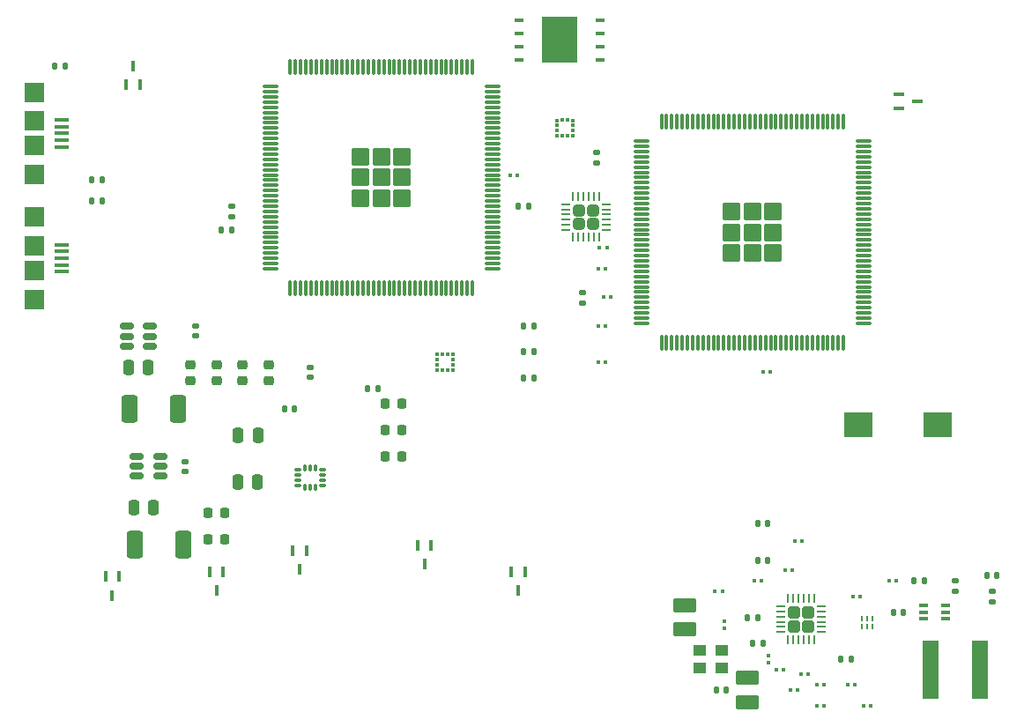
<source format=gbr>
%TF.GenerationSoftware,KiCad,Pcbnew,8.0.4*%
%TF.CreationDate,2025-02-19T16:48:10+05:30*%
%TF.ProjectId,test1,74657374-312e-46b6-9963-61645f706362,rev?*%
%TF.SameCoordinates,Original*%
%TF.FileFunction,Paste,Top*%
%TF.FilePolarity,Positive*%
%FSLAX46Y46*%
G04 Gerber Fmt 4.6, Leading zero omitted, Abs format (unit mm)*
G04 Created by KiCad (PCBNEW 8.0.4) date 2025-02-19 16:48:10*
%MOMM*%
%LPD*%
G01*
G04 APERTURE LIST*
G04 Aperture macros list*
%AMRoundRect*
0 Rectangle with rounded corners*
0 $1 Rounding radius*
0 $2 $3 $4 $5 $6 $7 $8 $9 X,Y pos of 4 corners*
0 Add a 4 corners polygon primitive as box body*
4,1,4,$2,$3,$4,$5,$6,$7,$8,$9,$2,$3,0*
0 Add four circle primitives for the rounded corners*
1,1,$1+$1,$2,$3*
1,1,$1+$1,$4,$5*
1,1,$1+$1,$6,$7*
1,1,$1+$1,$8,$9*
0 Add four rect primitives between the rounded corners*
20,1,$1+$1,$2,$3,$4,$5,0*
20,1,$1+$1,$4,$5,$6,$7,0*
20,1,$1+$1,$6,$7,$8,$9,0*
20,1,$1+$1,$8,$9,$2,$3,0*%
G04 Aperture macros list end*
%ADD10C,0.000000*%
%ADD11RoundRect,0.079500X-0.079500X-0.100500X0.079500X-0.100500X0.079500X0.100500X-0.079500X0.100500X0*%
%ADD12RoundRect,0.140000X0.140000X0.170000X-0.140000X0.170000X-0.140000X-0.170000X0.140000X-0.170000X0*%
%ADD13RoundRect,0.225000X-0.225000X-0.250000X0.225000X-0.250000X0.225000X0.250000X-0.225000X0.250000X0*%
%ADD14RoundRect,0.250000X-0.315000X-0.315000X0.315000X-0.315000X0.315000X0.315000X-0.315000X0.315000X0*%
%ADD15RoundRect,0.062500X-0.350000X-0.062500X0.350000X-0.062500X0.350000X0.062500X-0.350000X0.062500X0*%
%ADD16RoundRect,0.062500X-0.062500X-0.350000X0.062500X-0.350000X0.062500X0.350000X-0.062500X0.350000X0*%
%ADD17RoundRect,0.140000X-0.170000X0.140000X-0.170000X-0.140000X0.170000X-0.140000X0.170000X0.140000X0*%
%ADD18RoundRect,0.135000X-0.185000X0.135000X-0.185000X-0.135000X0.185000X-0.135000X0.185000X0.135000X0*%
%ADD19RoundRect,0.250000X-0.335000X-0.335000X0.335000X-0.335000X0.335000X0.335000X-0.335000X0.335000X0*%
%ADD20RoundRect,0.140000X-0.140000X-0.170000X0.140000X-0.170000X0.140000X0.170000X-0.140000X0.170000X0*%
%ADD21RoundRect,0.135000X-0.135000X-0.185000X0.135000X-0.185000X0.135000X0.185000X-0.135000X0.185000X0*%
%ADD22RoundRect,0.225000X0.250000X-0.225000X0.250000X0.225000X-0.250000X0.225000X-0.250000X-0.225000X0*%
%ADD23RoundRect,0.249999X-0.512501X-1.075001X0.512501X-1.075001X0.512501X1.075001X-0.512501X1.075001X0*%
%ADD24RoundRect,0.079500X-0.100500X0.079500X-0.100500X-0.079500X0.100500X-0.079500X0.100500X0.079500X0*%
%ADD25RoundRect,0.250000X-0.623411X-0.623411X0.623411X-0.623411X0.623411X0.623411X-0.623411X0.623411X0*%
%ADD26RoundRect,0.075000X-0.662500X-0.075000X0.662500X-0.075000X0.662500X0.075000X-0.662500X0.075000X0*%
%ADD27RoundRect,0.075000X-0.075000X-0.662500X0.075000X-0.662500X0.075000X0.662500X-0.075000X0.662500X0*%
%ADD28RoundRect,0.135000X0.135000X0.185000X-0.135000X0.185000X-0.135000X-0.185000X0.135000X-0.185000X0*%
%ADD29RoundRect,0.087500X-0.225000X-0.087500X0.225000X-0.087500X0.225000X0.087500X-0.225000X0.087500X0*%
%ADD30RoundRect,0.087500X-0.087500X-0.225000X0.087500X-0.225000X0.087500X0.225000X-0.087500X0.225000X0*%
%ADD31R,0.914400X0.431800*%
%ADD32R,3.505200X4.394200*%
%ADD33R,0.457200X1.117600*%
%ADD34RoundRect,0.250001X-0.849999X0.462499X-0.849999X-0.462499X0.849999X-0.462499X0.849999X0.462499X0*%
%ADD35RoundRect,0.250000X-0.250000X-0.475000X0.250000X-0.475000X0.250000X0.475000X-0.250000X0.475000X0*%
%ADD36RoundRect,0.079500X0.079500X0.100500X-0.079500X0.100500X-0.079500X-0.100500X0.079500X-0.100500X0*%
%ADD37R,1.600200X5.689600*%
%ADD38RoundRect,0.250000X0.250000X0.475000X-0.250000X0.475000X-0.250000X-0.475000X0.250000X-0.475000X0*%
%ADD39RoundRect,0.150000X-0.512500X-0.150000X0.512500X-0.150000X0.512500X0.150000X-0.512500X0.150000X0*%
%ADD40R,1.117600X0.457200*%
%ADD41R,1.350000X0.400000*%
%ADD42R,1.900000X1.900000*%
%ADD43R,2.743200X2.387600*%
%ADD44RoundRect,0.140000X0.170000X-0.140000X0.170000X0.140000X-0.170000X0.140000X-0.170000X-0.140000X0*%
%ADD45R,0.375000X0.350000*%
%ADD46R,0.350000X0.375000*%
%ADD47R,1.300000X1.100000*%
%ADD48RoundRect,0.062500X0.062500X-0.162500X0.062500X0.162500X-0.062500X0.162500X-0.062500X-0.162500X0*%
%ADD49RoundRect,0.062500X-0.062500X0.162500X-0.062500X-0.162500X0.062500X-0.162500X0.062500X0.162500X0*%
%ADD50R,0.838200X0.355600*%
G04 APERTURE END LIST*
D10*
%TO.C,U7*%
G36*
X53874160Y67082366D02*
G01*
X52321560Y67082366D01*
X52321560Y68347100D01*
X53874160Y68347100D01*
X53874160Y67082366D01*
G37*
G36*
X53874160Y65617633D02*
G01*
X52321560Y65617633D01*
X52321560Y66882367D01*
X53874160Y66882367D01*
X53874160Y65617633D01*
G37*
G36*
X53874160Y64152900D02*
G01*
X52321560Y64152900D01*
X52321560Y65417634D01*
X53874160Y65417634D01*
X53874160Y64152900D01*
G37*
G36*
X55626760Y67082366D02*
G01*
X54074160Y67082366D01*
X54074160Y68347100D01*
X55626760Y68347100D01*
X55626760Y67082366D01*
G37*
G36*
X55626760Y65617633D02*
G01*
X54074160Y65617633D01*
X54074160Y66882367D01*
X55626760Y66882367D01*
X55626760Y65617633D01*
G37*
G36*
X55626760Y64152900D02*
G01*
X54074160Y64152900D01*
X54074160Y65417634D01*
X55626760Y65417634D01*
X55626760Y64152900D01*
G37*
%TD*%
D11*
%TO.C,C32*%
X58154160Y41525000D03*
X58844160Y41525000D03*
%TD*%
%TO.C,C19*%
X83129160Y2250000D03*
X83819160Y2250000D03*
%TD*%
D12*
%TO.C,C12*%
X73934160Y19750000D03*
X72974160Y19750000D03*
%TD*%
D13*
%TO.C,C46*%
X37199160Y26230000D03*
X38749160Y26230000D03*
%TD*%
D14*
%TO.C,U16*%
X55824160Y49850000D03*
X55824160Y48550000D03*
X57124160Y49850000D03*
X57124160Y48550000D03*
D15*
X54536660Y50450000D03*
X54536660Y49950000D03*
X54536660Y49450000D03*
X54536660Y48950000D03*
X54536660Y48450000D03*
X54536660Y47950000D03*
D16*
X55224160Y47262500D03*
X55724160Y47262500D03*
X56224160Y47262500D03*
X56724160Y47262500D03*
X57224160Y47262500D03*
X57724160Y47262500D03*
D15*
X58411660Y47950000D03*
X58411660Y48450000D03*
X58411660Y48950000D03*
X58411660Y49450000D03*
X58411660Y49950000D03*
X58411660Y50450000D03*
D16*
X57724160Y51137500D03*
X57224160Y51137500D03*
X56724160Y51137500D03*
X56224160Y51137500D03*
X55724160Y51137500D03*
X55224160Y51137500D03*
%TD*%
D17*
%TO.C,C6*%
X18974160Y38730000D03*
X18974160Y37770000D03*
%TD*%
D18*
%TO.C,R5*%
X22474160Y50270000D03*
X22474160Y49250000D03*
%TD*%
D19*
%TO.C,U6*%
X76474160Y11250000D03*
X76474160Y9900000D03*
X77824160Y11250000D03*
X77824160Y9900000D03*
D15*
X75186660Y11825000D03*
X75186660Y11325000D03*
X75186660Y10825000D03*
X75186660Y10325000D03*
X75186660Y9825000D03*
X75186660Y9325000D03*
D16*
X75899160Y8612500D03*
X76399160Y8612500D03*
X76899160Y8612500D03*
X77399160Y8612500D03*
X77899160Y8612500D03*
X78399160Y8612500D03*
D15*
X79111660Y9325000D03*
X79111660Y9825000D03*
X79111660Y10325000D03*
X79111660Y10825000D03*
X79111660Y11325000D03*
X79111660Y11825000D03*
D16*
X78399160Y12537500D03*
X77899160Y12537500D03*
X77399160Y12537500D03*
X76899160Y12537500D03*
X76399160Y12537500D03*
X75899160Y12537500D03*
%TD*%
D20*
%TO.C,C43*%
X50494160Y38750000D03*
X51454160Y38750000D03*
%TD*%
D21*
%TO.C,R4*%
X87964160Y14250000D03*
X88984160Y14250000D03*
%TD*%
D11*
%TO.C,C36*%
X49174160Y53250000D03*
X49864160Y53250000D03*
%TD*%
D22*
%TO.C,C39*%
X23484160Y33475000D03*
X23484160Y35025000D03*
%TD*%
D23*
%TO.C,L6*%
X13136660Y17750000D03*
X17811660Y17750000D03*
%TD*%
D11*
%TO.C,C22*%
X85629160Y14250000D03*
X86319160Y14250000D03*
%TD*%
D20*
%TO.C,C2*%
X72514160Y8250000D03*
X73474160Y8250000D03*
%TD*%
D13*
%TO.C,C42*%
X20199160Y18240000D03*
X21749160Y18240000D03*
%TD*%
D24*
%TO.C,C26*%
X69774160Y10395000D03*
X69774160Y9705000D03*
%TD*%
D21*
%TO.C,R7*%
X8964160Y50760000D03*
X9984160Y50760000D03*
%TD*%
D11*
%TO.C,C23*%
X75629160Y15250000D03*
X76319160Y15250000D03*
%TD*%
D25*
%TO.C,U1*%
X70474160Y49750000D03*
X70474160Y47750000D03*
X70474160Y45750000D03*
X72474160Y49750000D03*
X72474160Y47750000D03*
X72474160Y45750000D03*
X74474160Y49750000D03*
X74474160Y47750000D03*
X74474160Y45750000D03*
D26*
X61811660Y56500000D03*
X61811660Y56000000D03*
X61811660Y55500000D03*
X61811660Y55000000D03*
X61811660Y54500000D03*
X61811660Y54000000D03*
X61811660Y53500000D03*
X61811660Y53000000D03*
X61811660Y52500000D03*
X61811660Y52000000D03*
X61811660Y51500000D03*
X61811660Y51000000D03*
X61811660Y50500000D03*
X61811660Y50000000D03*
X61811660Y49500000D03*
X61811660Y49000000D03*
X61811660Y48500000D03*
X61811660Y48000000D03*
X61811660Y47500000D03*
X61811660Y47000000D03*
X61811660Y46500000D03*
X61811660Y46000000D03*
X61811660Y45500000D03*
X61811660Y45000000D03*
X61811660Y44500000D03*
X61811660Y44000000D03*
X61811660Y43500000D03*
X61811660Y43000000D03*
X61811660Y42500000D03*
X61811660Y42000000D03*
X61811660Y41500000D03*
X61811660Y41000000D03*
X61811660Y40500000D03*
X61811660Y40000000D03*
X61811660Y39500000D03*
X61811660Y39000000D03*
D27*
X63724160Y37087500D03*
X64224160Y37087500D03*
X64724160Y37087500D03*
X65224160Y37087500D03*
X65724160Y37087500D03*
X66224160Y37087500D03*
X66724160Y37087500D03*
X67224160Y37087500D03*
X67724160Y37087500D03*
X68224160Y37087500D03*
X68724160Y37087500D03*
X69224160Y37087500D03*
X69724160Y37087500D03*
X70224160Y37087500D03*
X70724160Y37087500D03*
X71224160Y37087500D03*
X71724160Y37087500D03*
X72224160Y37087500D03*
X72724160Y37087500D03*
X73224160Y37087500D03*
X73724160Y37087500D03*
X74224160Y37087500D03*
X74724160Y37087500D03*
X75224160Y37087500D03*
X75724160Y37087500D03*
X76224160Y37087500D03*
X76724160Y37087500D03*
X77224160Y37087500D03*
X77724160Y37087500D03*
X78224160Y37087500D03*
X78724160Y37087500D03*
X79224160Y37087500D03*
X79724160Y37087500D03*
X80224160Y37087500D03*
X80724160Y37087500D03*
X81224160Y37087500D03*
D26*
X83136660Y39000000D03*
X83136660Y39500000D03*
X83136660Y40000000D03*
X83136660Y40500000D03*
X83136660Y41000000D03*
X83136660Y41500000D03*
X83136660Y42000000D03*
X83136660Y42500000D03*
X83136660Y43000000D03*
X83136660Y43500000D03*
X83136660Y44000000D03*
X83136660Y44500000D03*
X83136660Y45000000D03*
X83136660Y45500000D03*
X83136660Y46000000D03*
X83136660Y46500000D03*
X83136660Y47000000D03*
X83136660Y47500000D03*
X83136660Y48000000D03*
X83136660Y48500000D03*
X83136660Y49000000D03*
X83136660Y49500000D03*
X83136660Y50000000D03*
X83136660Y50500000D03*
X83136660Y51000000D03*
X83136660Y51500000D03*
X83136660Y52000000D03*
X83136660Y52500000D03*
X83136660Y53000000D03*
X83136660Y53500000D03*
X83136660Y54000000D03*
X83136660Y54500000D03*
X83136660Y55000000D03*
X83136660Y55500000D03*
X83136660Y56000000D03*
X83136660Y56500000D03*
D27*
X81224160Y58412500D03*
X80724160Y58412500D03*
X80224160Y58412500D03*
X79724160Y58412500D03*
X79224160Y58412500D03*
X78724160Y58412500D03*
X78224160Y58412500D03*
X77724160Y58412500D03*
X77224160Y58412500D03*
X76724160Y58412500D03*
X76224160Y58412500D03*
X75724160Y58412500D03*
X75224160Y58412500D03*
X74724160Y58412500D03*
X74224160Y58412500D03*
X73724160Y58412500D03*
X73224160Y58412500D03*
X72724160Y58412500D03*
X72224160Y58412500D03*
X71724160Y58412500D03*
X71224160Y58412500D03*
X70724160Y58412500D03*
X70224160Y58412500D03*
X69724160Y58412500D03*
X69224160Y58412500D03*
X68724160Y58412500D03*
X68224160Y58412500D03*
X67724160Y58412500D03*
X67224160Y58412500D03*
X66724160Y58412500D03*
X66224160Y58412500D03*
X65724160Y58412500D03*
X65224160Y58412500D03*
X64724160Y58412500D03*
X64224160Y58412500D03*
X63724160Y58412500D03*
%TD*%
D12*
%TO.C,C8*%
X28454160Y30750000D03*
X27494160Y30750000D03*
%TD*%
D28*
%TO.C,R1*%
X36484160Y32750000D03*
X35464160Y32750000D03*
%TD*%
D29*
%TO.C,U2*%
X28811660Y24912500D03*
X28811660Y24412500D03*
X28811660Y23912500D03*
X28811660Y23412500D03*
D30*
X29474160Y23250000D03*
X29974160Y23250000D03*
X30474160Y23250000D03*
D29*
X31136660Y23412500D03*
X31136660Y23912500D03*
X31136660Y24412500D03*
X31136660Y24912500D03*
D30*
X30474160Y25075000D03*
X29974160Y25075000D03*
X29474160Y25075000D03*
%TD*%
D31*
%TO.C,U7*%
X57873060Y64345000D03*
X57873060Y65615000D03*
X57873060Y66885000D03*
X57873060Y68155000D03*
X50075260Y68155000D03*
X50075260Y66885000D03*
X50075260Y65615000D03*
X50075260Y64345000D03*
D32*
X53974160Y66250000D03*
%TD*%
D18*
%TO.C,R9*%
X56174160Y41960000D03*
X56174160Y40940000D03*
%TD*%
D33*
%TO.C,U11*%
X11624159Y14651700D03*
X10324161Y14651700D03*
X10974160Y12848300D03*
%TD*%
D22*
%TO.C,C4*%
X18464160Y33475000D03*
X18464160Y35025000D03*
%TD*%
D11*
%TO.C,C24*%
X76509160Y18050000D03*
X77199160Y18050000D03*
%TD*%
D34*
%TO.C,L5*%
X71974160Y4912500D03*
X71974160Y2587500D03*
%TD*%
D35*
%TO.C,C5*%
X23074160Y28250000D03*
X24974160Y28250000D03*
%TD*%
D25*
%TO.C,U4*%
X34811660Y55000000D03*
X34811660Y53000000D03*
X34811660Y51000000D03*
X36811660Y55000000D03*
X36811660Y53000000D03*
X36811660Y51000000D03*
X38811660Y55000000D03*
X38811660Y53000000D03*
X38811660Y51000000D03*
D26*
X26149160Y61750000D03*
X26149160Y61250000D03*
X26149160Y60750000D03*
X26149160Y60250000D03*
X26149160Y59750000D03*
X26149160Y59250000D03*
X26149160Y58750000D03*
X26149160Y58250000D03*
X26149160Y57750000D03*
X26149160Y57250000D03*
X26149160Y56750000D03*
X26149160Y56250000D03*
X26149160Y55750000D03*
X26149160Y55250000D03*
X26149160Y54750000D03*
X26149160Y54250000D03*
X26149160Y53750000D03*
X26149160Y53250000D03*
X26149160Y52750000D03*
X26149160Y52250000D03*
X26149160Y51750000D03*
X26149160Y51250000D03*
X26149160Y50750000D03*
X26149160Y50250000D03*
X26149160Y49750000D03*
X26149160Y49250000D03*
X26149160Y48750000D03*
X26149160Y48250000D03*
X26149160Y47750000D03*
X26149160Y47250000D03*
X26149160Y46750000D03*
X26149160Y46250000D03*
X26149160Y45750000D03*
X26149160Y45250000D03*
X26149160Y44750000D03*
X26149160Y44250000D03*
D27*
X28061660Y42337500D03*
X28561660Y42337500D03*
X29061660Y42337500D03*
X29561660Y42337500D03*
X30061660Y42337500D03*
X30561660Y42337500D03*
X31061660Y42337500D03*
X31561660Y42337500D03*
X32061660Y42337500D03*
X32561660Y42337500D03*
X33061660Y42337500D03*
X33561660Y42337500D03*
X34061660Y42337500D03*
X34561660Y42337500D03*
X35061660Y42337500D03*
X35561660Y42337500D03*
X36061660Y42337500D03*
X36561660Y42337500D03*
X37061660Y42337500D03*
X37561660Y42337500D03*
X38061660Y42337500D03*
X38561660Y42337500D03*
X39061660Y42337500D03*
X39561660Y42337500D03*
X40061660Y42337500D03*
X40561660Y42337500D03*
X41061660Y42337500D03*
X41561660Y42337500D03*
X42061660Y42337500D03*
X42561660Y42337500D03*
X43061660Y42337500D03*
X43561660Y42337500D03*
X44061660Y42337500D03*
X44561660Y42337500D03*
X45061660Y42337500D03*
X45561660Y42337500D03*
D26*
X47474160Y44250000D03*
X47474160Y44750000D03*
X47474160Y45250000D03*
X47474160Y45750000D03*
X47474160Y46250000D03*
X47474160Y46750000D03*
X47474160Y47250000D03*
X47474160Y47750000D03*
X47474160Y48250000D03*
X47474160Y48750000D03*
X47474160Y49250000D03*
X47474160Y49750000D03*
X47474160Y50250000D03*
X47474160Y50750000D03*
X47474160Y51250000D03*
X47474160Y51750000D03*
X47474160Y52250000D03*
X47474160Y52750000D03*
X47474160Y53250000D03*
X47474160Y53750000D03*
X47474160Y54250000D03*
X47474160Y54750000D03*
X47474160Y55250000D03*
X47474160Y55750000D03*
X47474160Y56250000D03*
X47474160Y56750000D03*
X47474160Y57250000D03*
X47474160Y57750000D03*
X47474160Y58250000D03*
X47474160Y58750000D03*
X47474160Y59250000D03*
X47474160Y59750000D03*
X47474160Y60250000D03*
X47474160Y60750000D03*
X47474160Y61250000D03*
X47474160Y61750000D03*
D27*
X45561660Y63662500D03*
X45061660Y63662500D03*
X44561660Y63662500D03*
X44061660Y63662500D03*
X43561660Y63662500D03*
X43061660Y63662500D03*
X42561660Y63662500D03*
X42061660Y63662500D03*
X41561660Y63662500D03*
X41061660Y63662500D03*
X40561660Y63662500D03*
X40061660Y63662500D03*
X39561660Y63662500D03*
X39061660Y63662500D03*
X38561660Y63662500D03*
X38061660Y63662500D03*
X37561660Y63662500D03*
X37061660Y63662500D03*
X36561660Y63662500D03*
X36061660Y63662500D03*
X35561660Y63662500D03*
X35061660Y63662500D03*
X34561660Y63662500D03*
X34061660Y63662500D03*
X33561660Y63662500D03*
X33061660Y63662500D03*
X32561660Y63662500D03*
X32061660Y63662500D03*
X31561660Y63662500D03*
X31061660Y63662500D03*
X30561660Y63662500D03*
X30061660Y63662500D03*
X29561660Y63662500D03*
X29061660Y63662500D03*
X28561660Y63662500D03*
X28061660Y63662500D03*
%TD*%
D36*
%TO.C,C13*%
X73319160Y14250000D03*
X72629160Y14250000D03*
%TD*%
D21*
%TO.C,R2*%
X49964160Y50250000D03*
X50984160Y50250000D03*
%TD*%
D37*
%TO.C,L2*%
X89624660Y5750000D03*
X94323660Y5750000D03*
%TD*%
D20*
%TO.C,C30*%
X80994160Y6750000D03*
X81954160Y6750000D03*
%TD*%
D11*
%TO.C,C49*%
X77129160Y5250000D03*
X77819160Y5250000D03*
%TD*%
D38*
%TO.C,C28*%
X24924160Y23750000D03*
X23024160Y23750000D03*
%TD*%
D33*
%TO.C,U13*%
X41624159Y17651700D03*
X40324161Y17651700D03*
X40974160Y15848300D03*
%TD*%
D12*
%TO.C,C11*%
X95954160Y14750000D03*
X94994160Y14750000D03*
%TD*%
D20*
%TO.C,C25*%
X71994160Y10750000D03*
X72954160Y10750000D03*
%TD*%
D11*
%TO.C,C34*%
X57629160Y35250000D03*
X58319160Y35250000D03*
%TD*%
D22*
%TO.C,C40*%
X25994160Y33475000D03*
X25994160Y35025000D03*
%TD*%
D13*
%TO.C,C45*%
X37199160Y28740000D03*
X38749160Y28740000D03*
%TD*%
D39*
%TO.C,U18*%
X13336660Y26200000D03*
X13336660Y25250000D03*
X13336660Y24300000D03*
X15611660Y24300000D03*
X15611660Y25250000D03*
X15611660Y26200000D03*
%TD*%
D11*
%TO.C,C15*%
X73474160Y34340000D03*
X74164160Y34340000D03*
%TD*%
D40*
%TO.C,U15*%
X86505760Y60984999D03*
X86505760Y59685001D03*
X88309160Y60335000D03*
%TD*%
D18*
%TO.C,R3*%
X95474160Y13260000D03*
X95474160Y12240000D03*
%TD*%
D41*
%TO.C,J12*%
X6149160Y58550000D03*
X6149160Y57900000D03*
X6149160Y57250000D03*
X6149160Y56600000D03*
X6149160Y55950000D03*
D42*
X3474160Y61200000D03*
X3474160Y58450000D03*
X3474160Y56050000D03*
X3474160Y53300000D03*
%TD*%
D21*
%TO.C,R10*%
X5464160Y63750000D03*
X6484160Y63750000D03*
%TD*%
D43*
%TO.C,L3*%
X90302560Y29250000D03*
X82645760Y29250000D03*
%TD*%
D13*
%TO.C,C41*%
X20199160Y20750000D03*
X21749160Y20750000D03*
%TD*%
D21*
%TO.C,R11*%
X21439160Y47950000D03*
X22459160Y47950000D03*
%TD*%
D34*
%TO.C,L4*%
X65974160Y11912500D03*
X65974160Y9587500D03*
%TD*%
D20*
%TO.C,C1*%
X69954160Y3750000D03*
X68994160Y3750000D03*
%TD*%
D33*
%TO.C,U14*%
X50624159Y15151700D03*
X49324161Y15151700D03*
X49974160Y13348300D03*
%TD*%
D12*
%TO.C,C10*%
X86954160Y11250000D03*
X85994160Y11250000D03*
%TD*%
%TO.C,C14*%
X73934160Y16250000D03*
X72974160Y16250000D03*
%TD*%
D24*
%TO.C,C16*%
X73974160Y7095000D03*
X73974160Y6405000D03*
%TD*%
D33*
%TO.C,U9*%
X21624159Y15151700D03*
X20324161Y15151700D03*
X20974160Y13348300D03*
%TD*%
D35*
%TO.C,C3*%
X13024160Y21250000D03*
X14924160Y21250000D03*
%TD*%
D17*
%TO.C,C38*%
X17994160Y25730000D03*
X17994160Y24770000D03*
%TD*%
D11*
%TO.C,C50*%
X57784160Y46250000D03*
X58474160Y46250000D03*
%TD*%
%TO.C,C20*%
X81629160Y4250000D03*
X82319160Y4250000D03*
%TD*%
D36*
%TO.C,C17*%
X76819160Y3750000D03*
X76129160Y3750000D03*
%TD*%
D13*
%TO.C,C44*%
X37199160Y31250000D03*
X38749160Y31250000D03*
%TD*%
D20*
%TO.C,C27*%
X50494160Y36250000D03*
X51454160Y36250000D03*
%TD*%
D35*
%TO.C,C37*%
X12524160Y34750000D03*
X14424160Y34750000D03*
%TD*%
D11*
%TO.C,C47*%
X78629160Y4250000D03*
X79319160Y4250000D03*
%TD*%
D44*
%TO.C,C29*%
X29974160Y33790000D03*
X29974160Y34750000D03*
%TD*%
D45*
%TO.C,U3*%
X53711660Y58500000D03*
X53711660Y58000000D03*
X53711660Y57500000D03*
X53711660Y57000000D03*
D46*
X54224160Y56987500D03*
X54724160Y56987500D03*
D45*
X55236660Y57000000D03*
X55236660Y57500000D03*
X55236660Y58000000D03*
X55236660Y58500000D03*
D46*
X54724160Y58512500D03*
X54224160Y58512500D03*
%TD*%
D23*
%TO.C,L1*%
X12636660Y30750000D03*
X17311660Y30750000D03*
%TD*%
D11*
%TO.C,C21*%
X82129160Y12750000D03*
X82819160Y12750000D03*
%TD*%
%TO.C,C31*%
X57629160Y44250000D03*
X58319160Y44250000D03*
%TD*%
D33*
%TO.C,U12*%
X29624159Y17151700D03*
X28324161Y17151700D03*
X28974160Y15348300D03*
%TD*%
D22*
%TO.C,C7*%
X20974160Y33475000D03*
X20974160Y35025000D03*
%TD*%
D36*
%TO.C,C18*%
X75474160Y5750000D03*
X74784160Y5750000D03*
%TD*%
D11*
%TO.C,C51*%
X68879160Y13250000D03*
X69569160Y13250000D03*
%TD*%
D47*
%TO.C,X1*%
X67424160Y5925000D03*
X69524160Y5925000D03*
X69524160Y7575000D03*
X67424160Y7575000D03*
%TD*%
D20*
%TO.C,C35*%
X50494160Y33750000D03*
X51454160Y33750000D03*
%TD*%
D11*
%TO.C,C48*%
X78629160Y2250000D03*
X79319160Y2250000D03*
%TD*%
D18*
%TO.C,R8*%
X57474160Y55410000D03*
X57474160Y54390000D03*
%TD*%
D41*
%TO.C,J2*%
X6149160Y46550000D03*
X6149160Y45900000D03*
X6149160Y45250000D03*
X6149160Y44600000D03*
X6149160Y43950000D03*
D42*
X3474160Y49200000D03*
X3474160Y46450000D03*
X3474160Y44050000D03*
X3474160Y41300000D03*
%TD*%
D11*
%TO.C,C33*%
X57629160Y38750000D03*
X58319160Y38750000D03*
%TD*%
D33*
%TO.C,U17*%
X12324161Y61946600D03*
X13624159Y61946600D03*
X12974160Y63750000D03*
%TD*%
D44*
%TO.C,C9*%
X91974160Y13270000D03*
X91974160Y14230000D03*
%TD*%
D45*
%TO.C,U5*%
X42211660Y36000000D03*
X42211660Y35500000D03*
X42211660Y35000000D03*
X42211660Y34500000D03*
D46*
X42724160Y34487500D03*
X43224160Y34487500D03*
D45*
X43736660Y34500000D03*
X43736660Y35000000D03*
X43736660Y35500000D03*
X43736660Y36000000D03*
D46*
X43224160Y36012500D03*
X42724160Y36012500D03*
%TD*%
D21*
%TO.C,R6*%
X8964160Y52750000D03*
X9984160Y52750000D03*
%TD*%
D39*
%TO.C,U8*%
X12336660Y38700000D03*
X12336660Y37750000D03*
X12336660Y36800000D03*
X14611660Y36800000D03*
X14611660Y37750000D03*
X14611660Y38700000D03*
%TD*%
D48*
%TO.C,FL1*%
X83974160Y10660000D03*
D49*
X83474160Y10660000D03*
X82974160Y10660000D03*
X82974160Y9840000D03*
X83474160Y9840000D03*
X83974160Y9840000D03*
%TD*%
D50*
%TO.C,U10*%
X88881960Y11910400D03*
X88881960Y11250000D03*
X88881960Y10589600D03*
X91066360Y10589600D03*
X91066360Y11250000D03*
X91066360Y11910400D03*
%TD*%
M02*

</source>
